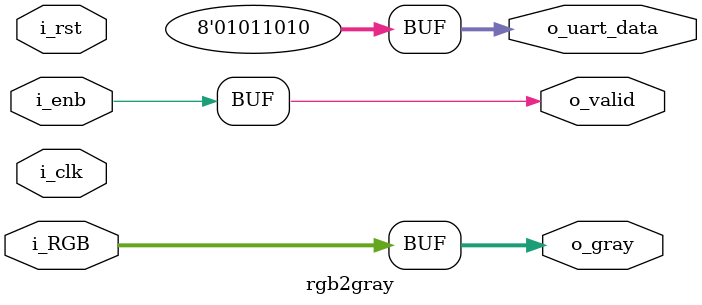
<source format=sv>
module rgb2gray(i_clk, i_rst, i_enb, i_RGB, o_gray, o_valid , o_uart_data);

//-----		INPUTS		------------------------------------------------------------------
	input i_clk;
	input i_rst;
	input i_enb;
	input [7:0] i_RGB;
//-----		OUTPUTS		------------------------------------------------------------------
	output [7:0] o_gray;
	output o_valid;
	
	output reg [7:0] o_uart_data;
//-----    WIRES         -----------------------------------------------------------------
//-----    REGS         ------------------------------------------------------------------

//========================================================================================
//    		MODULE CONTENT		
//========================================================================================

	assign o_uart_data = 8'h5a;

	assign o_gray = i_RGB; 	// Just a dummy assignement. Replace with your code.
	assign o_valid = i_enb;	// Just a dummy assignement. Replace with your code.
		
endmodule 
</source>
